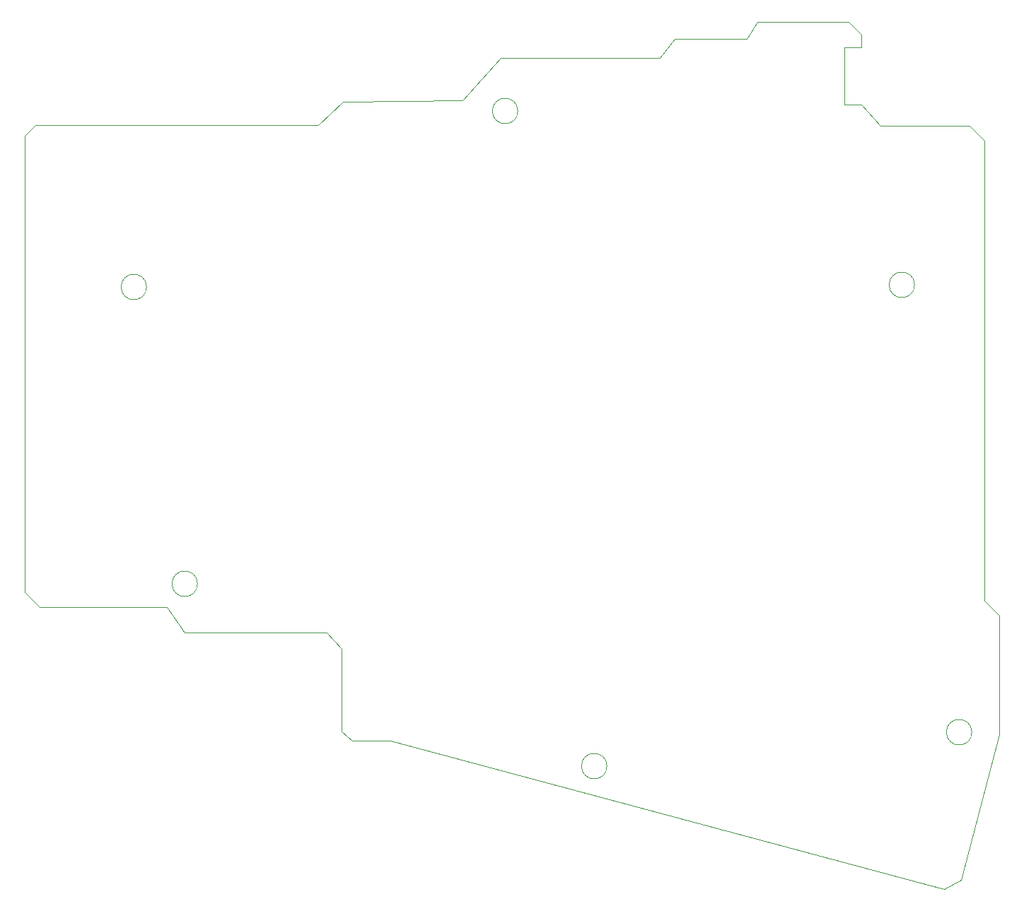
<source format=gm1>
G04 #@! TF.GenerationSoftware,KiCad,Pcbnew,(5.1.4)-1*
G04 #@! TF.CreationDate,2022-01-12T12:57:04-05:00*
G04 #@! TF.ProjectId,a44key-pcb-left-hand,6134346b-6579-42d7-9063-622d6c656674,rev?*
G04 #@! TF.SameCoordinates,Original*
G04 #@! TF.FileFunction,Profile,NP*
%FSLAX46Y46*%
G04 Gerber Fmt 4.6, Leading zero omitted, Abs format (unit mm)*
G04 Created by KiCad (PCBNEW (5.1.4)-1) date 2022-01-12 12:57:04*
%MOMM*%
%LPD*%
G04 APERTURE LIST*
%ADD10C,0.050000*%
G04 APERTURE END LIST*
D10*
X135636000Y-52832000D02*
G75*
G03X135636000Y-52832000I-1524000J0D01*
G01*
X183134000Y-73660000D02*
G75*
G03X183134000Y-73660000I-1524000J0D01*
G01*
X189992000Y-127254000D02*
G75*
G03X189992000Y-127254000I-1524000J0D01*
G01*
X146304000Y-131318000D02*
G75*
G03X146304000Y-131318000I-1524000J0D01*
G01*
X97282000Y-109474000D02*
G75*
G03X97282000Y-109474000I-1524000J0D01*
G01*
X91186000Y-73914000D02*
G75*
G03X91186000Y-73914000I-1524000J0D01*
G01*
X164338000Y-42164000D02*
X165862000Y-42164000D01*
X163068000Y-44196000D02*
X164338000Y-42164000D01*
X154432000Y-44196000D02*
X163068000Y-44196000D01*
X152654000Y-46482000D02*
X154432000Y-44196000D01*
X191516000Y-111506000D02*
X191516000Y-109633000D01*
X193294000Y-113284000D02*
X191516000Y-111506000D01*
X193294000Y-127508000D02*
X193294000Y-113284000D01*
X188722000Y-144907000D02*
X193294000Y-127508000D01*
X191516000Y-109633000D02*
X191516000Y-56388000D01*
X189738000Y-54610000D02*
X191516000Y-56388000D01*
X179070000Y-54610000D02*
X189738000Y-54610000D01*
X176784000Y-52070000D02*
X179070000Y-54610000D01*
X174752000Y-52070000D02*
X176784000Y-52070000D01*
X129032000Y-51562000D02*
X114681000Y-51689000D01*
X133604000Y-46482000D02*
X129032000Y-51562000D01*
X152654000Y-46482000D02*
X133604000Y-46482000D01*
X175260000Y-42164000D02*
X165862000Y-42164000D01*
X176784000Y-43688000D02*
X175260000Y-42164000D01*
X176784000Y-45212000D02*
X176784000Y-43688000D01*
X174752000Y-45212000D02*
X176784000Y-45212000D01*
X95758000Y-115316000D02*
X112776000Y-115316000D01*
X112776000Y-115316000D02*
X114554000Y-117221000D01*
X78359000Y-112268000D02*
X93599000Y-112268000D01*
X95758000Y-115316000D02*
X93599000Y-112268000D01*
X174752000Y-45212000D02*
X174752000Y-52070000D01*
X111760000Y-54483000D02*
X114681000Y-51689000D01*
X77851000Y-54483000D02*
X111760000Y-54483000D01*
X77851000Y-54483000D02*
X76581000Y-55753000D01*
X76581000Y-55753000D02*
X76581000Y-110490000D01*
X76581000Y-110490000D02*
X78359000Y-112268000D01*
X114554000Y-127127000D02*
X114554000Y-117221000D01*
X120396000Y-128270000D02*
X115824000Y-128270000D01*
X115824000Y-128270000D02*
X114554000Y-127127000D01*
X186690000Y-146050000D02*
X120396000Y-128270000D01*
X186690000Y-146050000D02*
X188722000Y-144907000D01*
M02*

</source>
